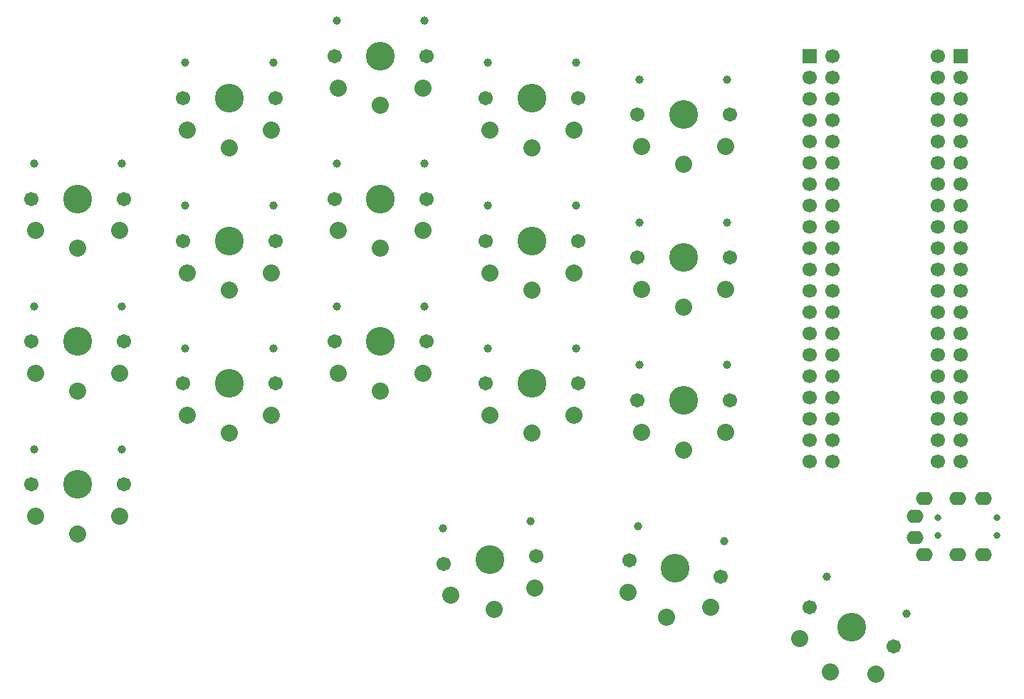
<source format=gbs>
%TF.GenerationSoftware,KiCad,Pcbnew,(6.0.2)*%
%TF.CreationDate,2022-04-17T17:36:38-03:00*%
%TF.ProjectId,keyboard_pcb,6b657962-6f61-4726-945f-7063622e6b69,rev1.0*%
%TF.SameCoordinates,Original*%
%TF.FileFunction,Soldermask,Bot*%
%TF.FilePolarity,Negative*%
%FSLAX46Y46*%
G04 Gerber Fmt 4.6, Leading zero omitted, Abs format (unit mm)*
G04 Created by KiCad (PCBNEW (6.0.2)) date 2022-04-17 17:36:38*
%MOMM*%
%LPD*%
G01*
G04 APERTURE LIST*
%ADD10C,1.701800*%
%ADD11C,3.429000*%
%ADD12C,0.990600*%
%ADD13C,2.032000*%
%ADD14C,0.800000*%
%ADD15O,2.000000X1.600000*%
%ADD16R,1.700000X1.700000*%
%ADD17C,1.700000*%
G04 APERTURE END LIST*
D10*
%TO.C,K25*%
X158500000Y-94000000D03*
D11*
X164000000Y-94000000D03*
D12*
X169220000Y-89800000D03*
D10*
X169500000Y-94000000D03*
D12*
X158780000Y-89800000D03*
D13*
X164000000Y-99900000D03*
X169000000Y-97800000D03*
X159000000Y-97800000D03*
%TD*%
D12*
%TO.C,K24*%
X140780000Y-87800000D03*
X151220000Y-87800000D03*
D10*
X151500000Y-92000000D03*
X140500000Y-92000000D03*
D11*
X146000000Y-92000000D03*
D13*
X146000000Y-97900000D03*
X151000000Y-95800000D03*
X141000000Y-95800000D03*
%TD*%
D11*
%TO.C,K21*%
X92000000Y-104000000D03*
D12*
X86780000Y-99800000D03*
X97220000Y-99800000D03*
D10*
X86500000Y-104000000D03*
X97500000Y-104000000D03*
D13*
X92000000Y-109900000D03*
X87000000Y-107800000D03*
X97000000Y-107800000D03*
%TD*%
D10*
%TO.C,K02*%
X115500000Y-58000000D03*
X104500000Y-58000000D03*
D12*
X115220000Y-53800000D03*
X104780000Y-53800000D03*
D11*
X110000000Y-58000000D03*
D13*
X110000000Y-63900000D03*
X115000000Y-61800000D03*
X105000000Y-61800000D03*
%TD*%
D11*
%TO.C,K04*%
X146000000Y-58000000D03*
D10*
X140500000Y-58000000D03*
D12*
X140780000Y-53800000D03*
X151220000Y-53800000D03*
D10*
X151500000Y-58000000D03*
D13*
X146000000Y-63900000D03*
X141000000Y-61800000D03*
X151000000Y-61800000D03*
%TD*%
D10*
%TO.C,K12*%
X115500000Y-75000000D03*
D12*
X104780000Y-70800000D03*
D11*
X110000000Y-75000000D03*
D12*
X115220000Y-70800000D03*
D10*
X104500000Y-75000000D03*
D13*
X110000000Y-80900000D03*
X105000000Y-78800000D03*
X115000000Y-78800000D03*
%TD*%
D10*
%TO.C,K30*%
X146479071Y-112520643D03*
D12*
X135433810Y-109270935D03*
D10*
X135520929Y-113479357D03*
D11*
X141000000Y-113000000D03*
D12*
X145834082Y-108361029D03*
D13*
X141514219Y-118877549D03*
X146312165Y-116349761D03*
X136350218Y-117221319D03*
%TD*%
D12*
%TO.C,K01*%
X86780000Y-65800000D03*
D10*
X86500000Y-70000000D03*
X97500000Y-70000000D03*
D11*
X92000000Y-70000000D03*
D12*
X97220000Y-65800000D03*
D13*
X92000000Y-75900000D03*
X87000000Y-73800000D03*
X97000000Y-73800000D03*
%TD*%
D11*
%TO.C,K14*%
X146000000Y-75000000D03*
D12*
X140780000Y-70800000D03*
D10*
X140500000Y-75000000D03*
X151500000Y-75000000D03*
D12*
X151220000Y-70800000D03*
D13*
X146000000Y-80900000D03*
X141000000Y-78800000D03*
X151000000Y-78800000D03*
%TD*%
D10*
%TO.C,K23*%
X122500000Y-87000000D03*
D12*
X122780000Y-82800000D03*
D11*
X128000000Y-87000000D03*
D10*
X133500000Y-87000000D03*
D12*
X133220000Y-82800000D03*
D13*
X128000000Y-92900000D03*
X133000000Y-90800000D03*
X123000000Y-90800000D03*
%TD*%
D11*
%TO.C,K03*%
X128000000Y-53000000D03*
D10*
X133500000Y-53000000D03*
X122500000Y-53000000D03*
D12*
X133220000Y-48800000D03*
X122780000Y-48800000D03*
D13*
X128000000Y-58900000D03*
X133000000Y-56800000D03*
X123000000Y-56800000D03*
%TD*%
D10*
%TO.C,K22*%
X115500000Y-92000000D03*
D12*
X115220000Y-87800000D03*
D10*
X104500000Y-92000000D03*
D11*
X110000000Y-92000000D03*
D12*
X104780000Y-87800000D03*
D13*
X110000000Y-97900000D03*
X105000000Y-95800000D03*
X115000000Y-95800000D03*
%TD*%
D14*
%TO.C,J1*%
X201250000Y-110100000D03*
X194250000Y-108000000D03*
X194250000Y-110100000D03*
X201250000Y-108000000D03*
D15*
X191550000Y-107800000D03*
X191550000Y-110300000D03*
X192650000Y-112400000D03*
X192650000Y-105700000D03*
X199650000Y-112400000D03*
X196650000Y-105700000D03*
X196650000Y-112400000D03*
X199650000Y-105700000D03*
%TD*%
D11*
%TO.C,K15*%
X164000000Y-77000000D03*
D12*
X158780000Y-72800000D03*
D10*
X158500000Y-77000000D03*
D12*
X169220000Y-72800000D03*
D10*
X169500000Y-77000000D03*
D13*
X164000000Y-82900000D03*
X159000000Y-80800000D03*
X169000000Y-80800000D03*
%TD*%
D12*
%TO.C,K32*%
X190505923Y-119399575D03*
D10*
X188984693Y-123324400D03*
D12*
X181044070Y-114987440D03*
D10*
X179015307Y-118675600D03*
D11*
X184000000Y-121000000D03*
D13*
X181506552Y-126347216D03*
X186925590Y-126557061D03*
X177862512Y-122330878D03*
%TD*%
D10*
%TO.C,K11*%
X97500000Y-87000000D03*
D11*
X92000000Y-87000000D03*
D12*
X86780000Y-82800000D03*
X97220000Y-82800000D03*
D10*
X86500000Y-87000000D03*
D13*
X92000000Y-92900000D03*
X97000000Y-90800000D03*
X87000000Y-90800000D03*
%TD*%
D16*
%TO.C,U1*%
X179035000Y-53020000D03*
X196935000Y-53000000D03*
D17*
X196935000Y-55540000D03*
X179035000Y-55560000D03*
X179035000Y-58100000D03*
X196935000Y-58080000D03*
X196935000Y-60620000D03*
X179035000Y-60640000D03*
X179035000Y-63180000D03*
X196935000Y-63160000D03*
X196935000Y-65700000D03*
X179035000Y-65720000D03*
X196935000Y-68240000D03*
X179035000Y-68260000D03*
X196935000Y-70780000D03*
X179035000Y-70800000D03*
X179035000Y-73340000D03*
X196935000Y-73320000D03*
X196935000Y-75860000D03*
X179035000Y-75880000D03*
X179035000Y-78420000D03*
X196935000Y-78400000D03*
X179035000Y-80960000D03*
X196935000Y-80940000D03*
X196935000Y-83480000D03*
X179035000Y-83500000D03*
X179035000Y-86040000D03*
X196935000Y-86020000D03*
X179035000Y-88580000D03*
X196935000Y-88560000D03*
X196935000Y-91100000D03*
X179035000Y-91120000D03*
X196935000Y-93640000D03*
X179035000Y-93660000D03*
X179035000Y-96200000D03*
X196935000Y-96180000D03*
X196935000Y-98720000D03*
X179035000Y-98740000D03*
X196935000Y-101260000D03*
X179035000Y-101280000D03*
X194275000Y-101280000D03*
X181695000Y-101260000D03*
X181695000Y-98720000D03*
X194275000Y-98740000D03*
X181695000Y-96180000D03*
X194275000Y-96200000D03*
X194275000Y-93660000D03*
X181695000Y-93640000D03*
X194275000Y-91120000D03*
X181695000Y-91100000D03*
X194275000Y-88580000D03*
X181695000Y-88560000D03*
X194275000Y-86040000D03*
X181695000Y-86020000D03*
X194275000Y-83500000D03*
X181695000Y-83480000D03*
X181695000Y-80940000D03*
X194275000Y-80960000D03*
X181695000Y-78400000D03*
X194275000Y-78420000D03*
X194275000Y-75880000D03*
X181695000Y-75860000D03*
X181695000Y-73320000D03*
X194275000Y-73340000D03*
X181695000Y-70780000D03*
X194275000Y-70800000D03*
X194275000Y-68260000D03*
X181695000Y-68240000D03*
X194275000Y-65720000D03*
X181695000Y-65700000D03*
X181695000Y-63160000D03*
X194275000Y-63180000D03*
X194275000Y-60640000D03*
X181695000Y-60620000D03*
X181695000Y-58080000D03*
X194275000Y-58100000D03*
X181695000Y-55540000D03*
X194275000Y-55560000D03*
X181695000Y-53000000D03*
X194275000Y-53020000D03*
%TD*%
D10*
%TO.C,K05*%
X169500000Y-60000000D03*
D12*
X169220000Y-55800000D03*
X158780000Y-55800000D03*
D11*
X164000000Y-60000000D03*
D10*
X158500000Y-60000000D03*
D13*
X164000000Y-65900000D03*
X169000000Y-63800000D03*
X159000000Y-63800000D03*
%TD*%
D12*
%TO.C,K13*%
X122780000Y-65800000D03*
D11*
X128000000Y-70000000D03*
D10*
X122500000Y-70000000D03*
D12*
X133220000Y-65800000D03*
D10*
X133500000Y-70000000D03*
D13*
X128000000Y-75900000D03*
X123000000Y-73800000D03*
X133000000Y-73800000D03*
%TD*%
D11*
%TO.C,K31*%
X163000000Y-114000000D03*
D12*
X158588626Y-108957364D03*
D10*
X168416443Y-114955065D03*
X157583557Y-113044935D03*
D12*
X168870019Y-110770251D03*
D13*
X161975476Y-119810366D03*
X167264176Y-118610510D03*
X157416098Y-116874029D03*
%TD*%
M02*

</source>
